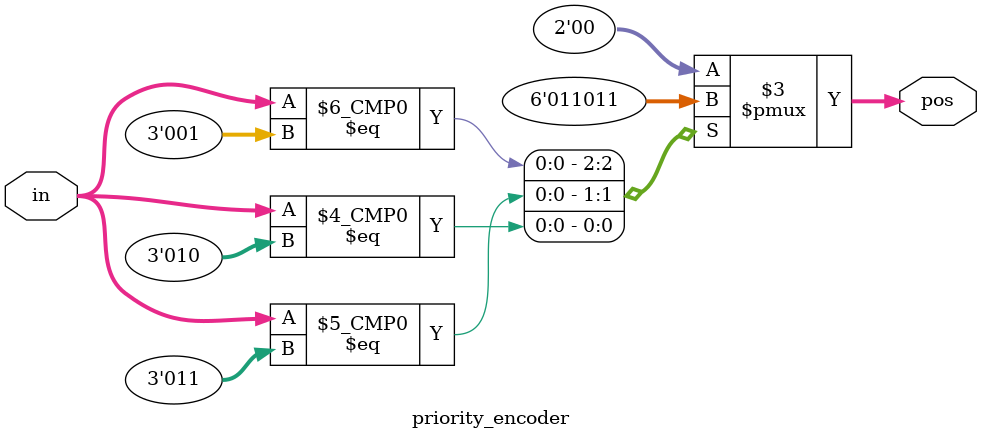
<source format=v>
module priority_encoder( 
input [2:0] in,
output reg [1:0] pos ); 
// When sel=1, assign b to out
always @(in, pos) begin
case(in)
2'b00:
pos = 2'b00;
2'b01:
pos = 2'b01;
2'b11:
pos = 2'b10;
2'b10:
pos = 2'b11;
2'b11:
pos = 2'b11;
default:
pos = 2'b00;
endcase
end
endmodule

</source>
